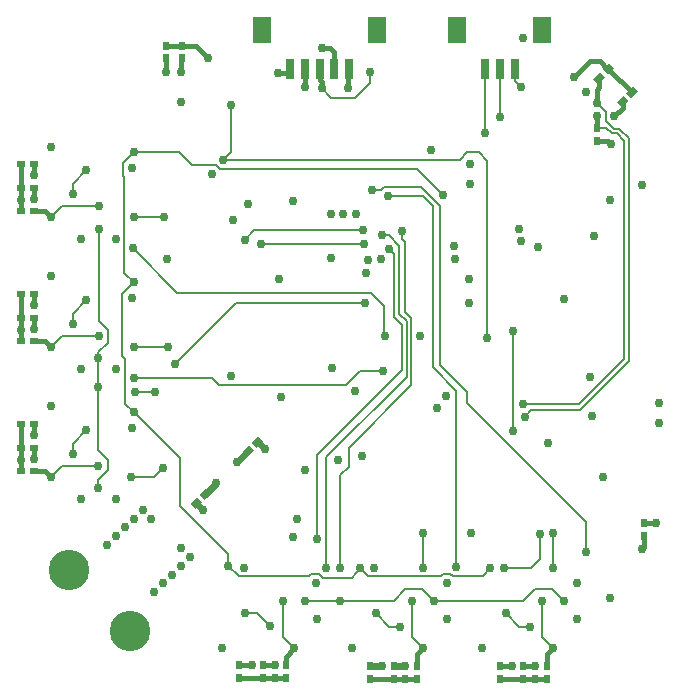
<source format=gbl>
G75*
%MOIN*%
%OFA0B0*%
%FSLAX24Y24*%
%IPPOS*%
%LPD*%
%AMOC8*
5,1,8,0,0,1.08239X$1,22.5*
%
%ADD10R,0.0315X0.0236*%
%ADD11R,0.0236X0.0315*%
%ADD12C,0.1349*%
%ADD13R,0.0276X0.0709*%
%ADD14R,0.0630X0.0866*%
%ADD15C,0.0302*%
%ADD16C,0.0157*%
%ADD17C,0.0236*%
%ADD18C,0.0079*%
D10*
G36*
X007129Y006962D02*
X006908Y006741D01*
X006741Y006908D01*
X006962Y007129D01*
X007129Y006962D01*
G37*
G36*
X007435Y007268D02*
X007214Y007047D01*
X007047Y007214D01*
X007268Y007435D01*
X007435Y007268D01*
G37*
G36*
X008473Y008640D02*
X008694Y008861D01*
X008861Y008694D01*
X008640Y008473D01*
X008473Y008640D01*
G37*
G36*
X008780Y008947D02*
X009001Y009168D01*
X009168Y009001D01*
X008947Y008780D01*
X008780Y008947D01*
G37*
X001517Y008781D03*
X001084Y008781D03*
X001084Y007994D03*
X001517Y007994D03*
X001517Y009569D03*
X001084Y009569D03*
X001084Y012324D03*
X001517Y012324D03*
X001517Y013112D03*
X001084Y013112D03*
X001084Y013899D03*
X001517Y013899D03*
X001517Y016655D03*
X001084Y016655D03*
X001084Y017443D03*
X001517Y017443D03*
X001517Y018230D03*
X001084Y018230D03*
G36*
X020166Y021081D02*
X020387Y021302D01*
X020554Y021135D01*
X020333Y020914D01*
X020166Y021081D01*
G37*
G36*
X020472Y021388D02*
X020693Y021609D01*
X020860Y021442D01*
X020639Y021221D01*
X020472Y021388D01*
G37*
G36*
X021260Y020600D02*
X021481Y020821D01*
X021648Y020654D01*
X021427Y020433D01*
X021260Y020600D01*
G37*
G36*
X020954Y020294D02*
X021175Y020515D01*
X021342Y020348D01*
X021121Y020127D01*
X020954Y020294D01*
G37*
D11*
X020277Y019431D03*
X020277Y018998D03*
X021852Y006281D03*
X021852Y005848D03*
X018624Y001517D03*
X018624Y001084D03*
X017836Y001084D03*
X017836Y001517D03*
X017049Y001517D03*
X017049Y001084D03*
X014293Y001084D03*
X014293Y001517D03*
X013506Y001517D03*
X013506Y001084D03*
X012718Y001084D03*
X012718Y001517D03*
X009923Y001545D03*
X009923Y001112D03*
X009167Y001112D03*
X009167Y001545D03*
X008364Y001545D03*
X008364Y001112D03*
X006458Y021754D03*
X006458Y022187D03*
X005907Y022187D03*
X005907Y021754D03*
D12*
X002686Y004718D03*
X004718Y002686D03*
D13*
X010061Y021419D03*
X010553Y021419D03*
X011045Y021419D03*
X011537Y021419D03*
X012029Y021419D03*
X016557Y021419D03*
X017049Y021419D03*
X017541Y021419D03*
D14*
X018466Y022718D03*
X015631Y022718D03*
X012954Y022718D03*
X009135Y022718D03*
D15*
X009651Y021265D03*
X010553Y020789D03*
X011112Y020757D03*
X011994Y020773D03*
X012718Y021301D03*
X011112Y022120D03*
X008072Y020198D03*
X006419Y020317D03*
X006419Y021301D03*
X005907Y021301D03*
X007324Y021773D03*
X004844Y018624D03*
X004785Y018092D03*
X003683Y016832D03*
X003683Y016084D03*
X004254Y015730D03*
X004805Y015435D03*
X004844Y016458D03*
X005868Y016458D03*
X005946Y015080D03*
X004844Y014293D03*
X004785Y013761D03*
X003683Y012502D03*
X003663Y011754D03*
X004254Y011399D03*
X003663Y010789D03*
X003072Y011399D03*
X002088Y012128D03*
X001517Y012738D03*
X001084Y012718D03*
X001517Y013525D03*
X002088Y014490D03*
X003269Y013702D03*
X002817Y012915D03*
X004844Y012128D03*
X004844Y011104D03*
X004883Y010631D03*
X005553Y010631D03*
X004844Y009962D03*
X004785Y009431D03*
X003663Y008171D03*
X003663Y007423D03*
X004254Y007069D03*
X004844Y006419D03*
X004549Y006124D03*
X004254Y005828D03*
X003958Y005533D03*
X005139Y006714D03*
X005435Y006419D03*
X006419Y005435D03*
X006714Y005139D03*
X006419Y004844D03*
X006124Y004549D03*
X005828Y004254D03*
X005533Y003958D03*
X007797Y002088D03*
X008781Y001545D03*
X009569Y001545D03*
X009569Y001112D03*
X010198Y002088D03*
X009372Y002836D03*
X009805Y003663D03*
X010553Y003663D03*
X010907Y004254D03*
X011261Y004765D03*
X011734Y004765D03*
X012403Y004785D03*
X012856Y004785D03*
X011734Y003663D03*
X010946Y003072D03*
X012128Y002088D03*
X013112Y001517D03*
X013899Y001517D03*
X013899Y001084D03*
X014490Y002088D03*
X013722Y002817D03*
X012915Y003269D03*
X014116Y003663D03*
X014844Y003663D03*
X015277Y004254D03*
X015592Y004805D03*
X016084Y005927D03*
X016734Y004785D03*
X017187Y004785D03*
X018387Y005907D03*
X018820Y005946D03*
X018820Y004765D03*
X019608Y004254D03*
X019175Y003663D03*
X018446Y003663D03*
X018053Y002817D03*
X017246Y003269D03*
X016458Y002088D03*
X015277Y003072D03*
X014490Y004765D03*
X014490Y005946D03*
X012443Y008506D03*
X011655Y008387D03*
X010553Y008033D03*
X009205Y008742D03*
X008289Y008303D03*
X007600Y007600D03*
X007156Y006694D03*
X005828Y008112D03*
X004765Y007797D03*
X003072Y007069D03*
X002088Y007797D03*
X001517Y008407D03*
X001084Y008387D03*
X001517Y009194D03*
X002088Y010159D03*
X003269Y009372D03*
X002817Y008584D03*
X006222Y011576D03*
X005986Y012128D03*
X008072Y011183D03*
X009746Y010454D03*
X011458Y011431D03*
X012222Y010655D03*
X013151Y011340D03*
X013210Y012502D03*
X014391Y012502D03*
X016025Y013604D03*
X016025Y014391D03*
X015553Y015080D03*
X015513Y015513D03*
X015159Y017206D03*
X016045Y017580D03*
X016045Y018250D03*
X016557Y019273D03*
X017049Y019805D03*
X017757Y020789D03*
X017817Y022423D03*
X019529Y021143D03*
X019908Y020631D03*
X020277Y020277D03*
X020277Y019844D03*
X020868Y019829D03*
X020750Y018899D03*
X021773Y017521D03*
X020710Y017049D03*
X020198Y015828D03*
X018309Y015474D03*
X017757Y015671D03*
X017679Y016065D03*
X019175Y013742D03*
X017482Y012679D03*
X016616Y012443D03*
X015238Y010513D03*
X014962Y010120D03*
X017482Y009332D03*
X017876Y009805D03*
X017836Y010238D03*
X018663Y008939D03*
X020120Y009844D03*
X020041Y011143D03*
X022344Y010257D03*
X022344Y009588D03*
X020474Y007815D03*
X022265Y006281D03*
X021773Y005395D03*
X020710Y003781D03*
X019608Y003072D03*
X018820Y002088D03*
X018230Y001517D03*
X018230Y001084D03*
X017443Y001517D03*
X019923Y005317D03*
X012561Y013604D03*
X012580Y014588D03*
X012639Y015041D03*
X013072Y015080D03*
X013348Y015395D03*
X013112Y015868D03*
X012482Y016025D03*
X012521Y015572D03*
X012246Y016576D03*
X011813Y016576D03*
X011419Y016576D03*
X010139Y016990D03*
X008663Y016891D03*
X008167Y016356D03*
X008545Y015710D03*
X009096Y015572D03*
X009687Y014411D03*
X011419Y015120D03*
X013309Y017167D03*
X012797Y017364D03*
X013801Y016006D03*
X014765Y018702D03*
X007836Y018387D03*
X007462Y017895D03*
X003269Y018033D03*
X002817Y017246D03*
X002088Y016458D03*
X001517Y017069D03*
X001084Y017049D03*
X001517Y017856D03*
X002088Y018820D03*
X003072Y015730D03*
X010277Y006419D03*
X010159Y005789D03*
X010946Y005750D03*
X008525Y004785D03*
X007994Y004844D03*
X008545Y003269D03*
D16*
X009923Y001813D02*
X010198Y002088D01*
X009923Y001813D02*
X009923Y001545D01*
X009569Y001545D02*
X009167Y001545D01*
X008781Y001545D02*
X008364Y001545D01*
X008364Y001112D02*
X009167Y001112D01*
X009569Y001112D01*
X009923Y001112D01*
X012718Y001084D02*
X013506Y001084D01*
X013899Y001084D01*
X014293Y001084D01*
X014293Y001517D02*
X014293Y001891D01*
X014490Y002088D01*
X017049Y001517D02*
X017443Y001517D01*
X017836Y001517D02*
X018230Y001517D01*
X018624Y001517D02*
X018624Y001891D01*
X018820Y002088D01*
X018624Y001084D02*
X018230Y001084D01*
X017836Y001084D01*
X017049Y001084D01*
X021773Y005395D02*
X021852Y005474D01*
X021852Y005848D01*
X021852Y006281D02*
X022265Y006281D01*
X020750Y018899D02*
X020651Y018998D01*
X020277Y018998D01*
X020277Y019431D02*
X020277Y019844D01*
X020277Y020277D02*
X020277Y020710D01*
X020360Y020793D01*
X020360Y021108D01*
X020636Y021415D02*
X020395Y021655D01*
X020041Y021655D01*
X019529Y021143D01*
X020636Y021415D02*
X020666Y021415D01*
X021454Y020627D01*
X021148Y020321D02*
X021148Y020109D01*
X020868Y019829D01*
X011994Y020773D02*
X011994Y021265D01*
X012029Y021301D01*
X012029Y021419D01*
X011537Y021419D02*
X011537Y021970D01*
X011387Y022120D01*
X011112Y022120D01*
X011045Y021419D02*
X011045Y021045D01*
X011112Y020978D01*
X011112Y020757D01*
X010553Y020789D02*
X010553Y021419D01*
X010061Y021419D02*
X009907Y021265D01*
X009651Y021265D01*
X007324Y021773D02*
X006911Y022187D01*
X006458Y022187D01*
X005907Y022187D01*
X005907Y021754D02*
X005907Y021301D01*
X006419Y021301D02*
X006419Y021714D01*
X006458Y021754D01*
X001517Y018230D02*
X001517Y017856D01*
X001517Y017443D02*
X001517Y017246D01*
X001517Y017069D01*
X001517Y016655D02*
X001891Y016655D01*
X002088Y016458D01*
X001084Y016655D02*
X001084Y017049D01*
X001084Y017443D01*
X001084Y018230D01*
X001084Y013899D02*
X001084Y013112D01*
X001084Y012718D01*
X001084Y012324D01*
X001517Y012324D02*
X001891Y012324D01*
X002088Y012128D01*
X001517Y012738D02*
X001517Y012915D01*
X001517Y013112D01*
X001517Y013525D02*
X001517Y013899D01*
X001517Y009569D02*
X001517Y009194D01*
X001517Y008781D02*
X001517Y008407D01*
X001517Y007994D02*
X001891Y007994D01*
X002088Y007797D01*
X001084Y007994D02*
X001084Y008387D01*
X001084Y008781D01*
X001084Y009569D01*
D17*
X006935Y006935D02*
X007156Y006694D01*
X007241Y007241D02*
X007241Y007241D01*
X007600Y007600D01*
X008289Y008303D02*
X008653Y008667D01*
X008667Y008667D01*
X008974Y008974D02*
X009205Y008742D01*
X012718Y001517D02*
X013112Y001517D01*
X013506Y001517D02*
X013899Y001517D01*
D18*
X014490Y002088D02*
X014116Y002462D01*
X014116Y003663D01*
X013899Y004057D02*
X013506Y003663D01*
X011734Y003663D01*
X010553Y003663D01*
X009805Y003663D02*
X009805Y002482D01*
X010198Y002088D01*
X009372Y002836D02*
X008939Y003269D01*
X008545Y003269D01*
X008348Y004490D02*
X010671Y004490D01*
X010750Y004569D01*
X011025Y004569D01*
X011143Y004450D01*
X012108Y004450D01*
X012403Y004785D01*
X012659Y004490D01*
X015080Y004490D01*
X015159Y004569D01*
X015395Y004569D01*
X015474Y004490D01*
X016478Y004490D01*
X016734Y004785D01*
X017187Y004785D02*
X018092Y004785D01*
X018387Y005080D01*
X018387Y005907D01*
X018820Y005946D02*
X018820Y004765D01*
X018781Y004057D02*
X018230Y004057D01*
X017836Y003663D01*
X014844Y003663D01*
X014450Y004057D01*
X013899Y004057D01*
X014490Y004765D02*
X014490Y005946D01*
X015592Y004805D02*
X015592Y010671D01*
X014805Y011458D01*
X014805Y016852D01*
X014490Y017167D01*
X013309Y017167D01*
X013072Y017364D02*
X012797Y017364D01*
X013072Y017364D02*
X013191Y017482D01*
X014411Y017482D01*
X015041Y016852D01*
X015041Y011537D01*
X015946Y010631D01*
X015946Y010277D01*
X019923Y006301D01*
X019923Y005317D01*
X018781Y004057D02*
X019175Y003663D01*
X018446Y003663D02*
X018446Y002462D01*
X018820Y002088D01*
X018053Y002817D02*
X017698Y002817D01*
X017246Y003269D01*
X013722Y002817D02*
X013368Y002817D01*
X012915Y003269D01*
X011734Y004765D02*
X011734Y007876D01*
X012009Y008151D01*
X012009Y008781D01*
X014096Y010868D01*
X014096Y013112D01*
X013899Y013309D01*
X013899Y015631D01*
X013801Y015730D01*
X013801Y016006D01*
X013348Y015868D02*
X013702Y015513D01*
X013702Y013230D01*
X013939Y012994D01*
X013939Y011143D01*
X011261Y008466D01*
X011261Y004765D01*
X010946Y005750D02*
X010946Y008545D01*
X013781Y011380D01*
X013781Y012876D01*
X013506Y013151D01*
X013506Y015238D01*
X013348Y015395D01*
X013348Y015868D02*
X013112Y015868D01*
X012482Y016025D02*
X008860Y016025D01*
X008545Y015710D01*
X009096Y015572D02*
X012521Y015572D01*
X012757Y013939D02*
X013191Y013506D01*
X013191Y012521D01*
X013210Y012502D01*
X013151Y011340D02*
X012403Y011340D01*
X011931Y010868D01*
X007679Y010868D01*
X007443Y011104D01*
X004844Y011104D01*
X004883Y010631D02*
X005553Y010631D01*
X004844Y009962D02*
X004569Y010238D01*
X004569Y011734D01*
X004450Y011852D01*
X004450Y013899D01*
X004844Y014293D01*
X004529Y014608D01*
X004529Y017797D01*
X004490Y017836D01*
X004490Y018269D01*
X004844Y018624D01*
X006340Y018624D01*
X006773Y018191D01*
X007600Y018191D01*
X007718Y018072D01*
X014293Y018072D01*
X015159Y017206D01*
X015710Y018387D02*
X015946Y018624D01*
X016340Y018624D01*
X016616Y018348D01*
X016616Y012443D01*
X017482Y012679D02*
X017482Y009332D01*
X017876Y009805D02*
X018072Y010041D01*
X019726Y010041D01*
X021340Y011655D01*
X021340Y019096D01*
X021025Y019411D01*
X020868Y019411D01*
X020592Y019687D01*
X020592Y019962D01*
X020277Y020277D01*
X020297Y019450D02*
X020277Y019431D01*
X020297Y019450D02*
X020592Y019450D01*
X020789Y019254D01*
X020946Y019254D01*
X021183Y019017D01*
X021183Y011734D01*
X019687Y010238D01*
X017836Y010238D01*
X012757Y013939D02*
X006301Y013939D01*
X004805Y015435D01*
X004844Y016458D02*
X005868Y016458D01*
X003683Y016084D02*
X003683Y013013D01*
X003978Y012718D01*
X003978Y012285D01*
X003663Y011970D01*
X003663Y011754D01*
X003663Y010789D01*
X003663Y008702D01*
X003978Y008387D01*
X003978Y008033D01*
X003663Y007718D01*
X003663Y007423D01*
X003663Y008171D02*
X002462Y008171D01*
X002088Y007797D01*
X002817Y008584D02*
X002817Y008919D01*
X003269Y009372D01*
X004844Y009962D02*
X006380Y008427D01*
X006380Y006852D01*
X007994Y005238D01*
X007994Y004844D01*
X008348Y004490D01*
X005513Y007797D02*
X005828Y008112D01*
X005513Y007797D02*
X004765Y007797D01*
X006222Y011576D02*
X008250Y013604D01*
X012561Y013604D01*
X015710Y018387D02*
X007836Y018387D01*
X008072Y018624D01*
X008072Y020198D01*
X011112Y020757D02*
X011435Y020435D01*
X012206Y020435D01*
X012718Y020946D01*
X012718Y021301D01*
X016557Y021419D02*
X016557Y019273D01*
X017049Y019805D02*
X017049Y021419D01*
X017541Y021419D02*
X017541Y021006D01*
X017757Y020789D01*
X005986Y012128D02*
X004844Y012128D01*
X003683Y012502D02*
X002462Y012502D01*
X002088Y012128D01*
X002817Y012915D02*
X002817Y013250D01*
X003269Y013702D01*
X002088Y016458D02*
X002462Y016832D01*
X003683Y016832D01*
X002817Y017246D02*
X002817Y017580D01*
X003269Y018033D01*
M02*

</source>
